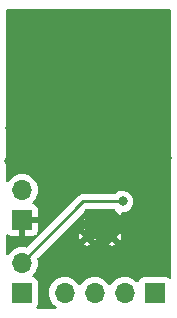
<source format=gbr>
%TF.GenerationSoftware,KiCad,Pcbnew,8.0.4*%
%TF.CreationDate,2024-09-11T18:08:33-07:00*%
%TF.ProjectId,rf-frontend-test,72662d66-726f-46e7-9465-6e642d746573,rev?*%
%TF.SameCoordinates,Original*%
%TF.FileFunction,Copper,L2,Bot*%
%TF.FilePolarity,Positive*%
%FSLAX46Y46*%
G04 Gerber Fmt 4.6, Leading zero omitted, Abs format (unit mm)*
G04 Created by KiCad (PCBNEW 8.0.4) date 2024-09-11 18:08:33*
%MOMM*%
%LPD*%
G01*
G04 APERTURE LIST*
%TA.AperFunction,ComponentPad*%
%ADD10R,1.700000X1.700000*%
%TD*%
%TA.AperFunction,ComponentPad*%
%ADD11O,1.700000X1.700000*%
%TD*%
%TA.AperFunction,HeatsinkPad*%
%ADD12C,0.500000*%
%TD*%
%TA.AperFunction,HeatsinkPad*%
%ADD13R,2.600000X2.600000*%
%TD*%
%TA.AperFunction,ViaPad*%
%ADD14C,0.800000*%
%TD*%
%TA.AperFunction,Conductor*%
%ADD15C,0.250000*%
%TD*%
G04 APERTURE END LIST*
D10*
%TO.P,J1,1,Pin_1*%
%TO.N,~{RF_IRQ}*%
X112280000Y-70445000D03*
D11*
%TO.P,J1,2,Pin_2*%
%TO.N,~{RF_EN}*%
X112280000Y-67905000D03*
%TD*%
D12*
%TO.P,U1,21,GND*%
%TO.N,GND*%
X119922000Y-63575000D03*
X117822000Y-63575000D03*
D13*
X118872000Y-64625000D03*
D12*
X119922000Y-65675000D03*
X117822000Y-65675000D03*
%TD*%
D11*
%TO.P,J2,4,Pin_4*%
%TO.N,SCLK*%
X115900000Y-70440000D03*
%TO.P,J2,3,Pin_3*%
%TO.N,MISO*%
X118440000Y-70440000D03*
%TO.P,J2,2,Pin_2*%
%TO.N,MOSI*%
X120980000Y-70440000D03*
D10*
%TO.P,J2,1,Pin_1*%
%TO.N,~{RF_CS}*%
X123520000Y-70440000D03*
%TD*%
%TO.P,J3,1,Pin_1*%
%TO.N,GND*%
X112290000Y-64265000D03*
D11*
%TO.P,J3,2,Pin_2*%
%TO.N,+3.3V*%
X112290000Y-61725000D03*
%TD*%
D14*
%TO.N,GND*%
X113300000Y-56700000D03*
X112900000Y-55300000D03*
X114700000Y-54900000D03*
X114800000Y-53100000D03*
X113100000Y-53500000D03*
X115600000Y-50900000D03*
X113700000Y-51400000D03*
X113500000Y-49100000D03*
X115800000Y-48600000D03*
X115300000Y-47200000D03*
X113600000Y-47000000D03*
X111400000Y-47000000D03*
X111400000Y-48800000D03*
X111400000Y-51100000D03*
X111400000Y-53700000D03*
X111300000Y-56500000D03*
X112200000Y-58200000D03*
X111200000Y-59300000D03*
X113000000Y-59300000D03*
X117000000Y-46800000D03*
X117000000Y-47800000D03*
X117200000Y-48800000D03*
X117200000Y-49800000D03*
X117200000Y-50800000D03*
X117200000Y-51800000D03*
X116300000Y-52800000D03*
X117200000Y-53700000D03*
X117200000Y-54700000D03*
X116300000Y-55700000D03*
X117100000Y-56700000D03*
X117000000Y-57600000D03*
X115800000Y-57600000D03*
X114700000Y-57600000D03*
X114200000Y-58600000D03*
X115200000Y-59600000D03*
X116200000Y-60500000D03*
X116200000Y-59500000D03*
X117100000Y-60500000D03*
X117200000Y-68000000D03*
X120100000Y-68000000D03*
X115200000Y-66800000D03*
X124600000Y-59000000D03*
X124100000Y-56700000D03*
X122900000Y-54900000D03*
X124200000Y-53000000D03*
X122600000Y-51400000D03*
X124300000Y-49300000D03*
X124300000Y-47000000D03*
X122600000Y-48200000D03*
X121500000Y-46900000D03*
X120900000Y-48200000D03*
X120900000Y-49800000D03*
X120900000Y-51400000D03*
X120900000Y-53100000D03*
X120900000Y-54800000D03*
X119300000Y-46900000D03*
X119300000Y-47900000D03*
X119300000Y-48900000D03*
X119300000Y-50000000D03*
X119300000Y-51000000D03*
X119300000Y-52100000D03*
X119300000Y-53200000D03*
X119300000Y-54200000D03*
X119300000Y-55400000D03*
X119600000Y-56600000D03*
X121100000Y-56400000D03*
X122000000Y-57600000D03*
X122200000Y-59000000D03*
X123400000Y-59800000D03*
X124500000Y-61300000D03*
X123400000Y-58300000D03*
X122100000Y-60300000D03*
X123000000Y-61400000D03*
X121100000Y-61500000D03*
X120100000Y-58620000D03*
%TO.N,~{RF_EN}*%
X120800000Y-62700000D03*
%TD*%
D15*
%TO.N,~{RF_EN}*%
X120800000Y-62700000D02*
X117485000Y-62700000D01*
X117485000Y-62700000D02*
X112280000Y-67905000D01*
%TD*%
%TA.AperFunction,Conductor*%
%TO.N,GND*%
G36*
X124842539Y-46420185D02*
G01*
X124888294Y-46472989D01*
X124899500Y-46524500D01*
X124899500Y-69113456D01*
X124879815Y-69180495D01*
X124827011Y-69226250D01*
X124757853Y-69236194D01*
X124701189Y-69212723D01*
X124687346Y-69202360D01*
X124612331Y-69146204D01*
X124612329Y-69146203D01*
X124612328Y-69146202D01*
X124477482Y-69095908D01*
X124477483Y-69095908D01*
X124417883Y-69089501D01*
X124417881Y-69089500D01*
X124417873Y-69089500D01*
X124417864Y-69089500D01*
X122622129Y-69089500D01*
X122622123Y-69089501D01*
X122562516Y-69095908D01*
X122427671Y-69146202D01*
X122427664Y-69146206D01*
X122312455Y-69232452D01*
X122312452Y-69232455D01*
X122226206Y-69347664D01*
X122226203Y-69347669D01*
X122177189Y-69479083D01*
X122135317Y-69535016D01*
X122069853Y-69559433D01*
X122001580Y-69544581D01*
X121973326Y-69523430D01*
X121851402Y-69401506D01*
X121851395Y-69401501D01*
X121657834Y-69265967D01*
X121657830Y-69265965D01*
X121593986Y-69236194D01*
X121443663Y-69166097D01*
X121443659Y-69166096D01*
X121443655Y-69166094D01*
X121215413Y-69104938D01*
X121215403Y-69104936D01*
X120980001Y-69084341D01*
X120979999Y-69084341D01*
X120744596Y-69104936D01*
X120744586Y-69104938D01*
X120516344Y-69166094D01*
X120516335Y-69166098D01*
X120302171Y-69265964D01*
X120302169Y-69265965D01*
X120108597Y-69401505D01*
X119941505Y-69568597D01*
X119811575Y-69754158D01*
X119756998Y-69797783D01*
X119687500Y-69804977D01*
X119625145Y-69773454D01*
X119608425Y-69754158D01*
X119478494Y-69568597D01*
X119311402Y-69401506D01*
X119311395Y-69401501D01*
X119117834Y-69265967D01*
X119117830Y-69265965D01*
X119053986Y-69236194D01*
X118903663Y-69166097D01*
X118903659Y-69166096D01*
X118903655Y-69166094D01*
X118675413Y-69104938D01*
X118675403Y-69104936D01*
X118440001Y-69084341D01*
X118439999Y-69084341D01*
X118204596Y-69104936D01*
X118204586Y-69104938D01*
X117976344Y-69166094D01*
X117976335Y-69166098D01*
X117762171Y-69265964D01*
X117762169Y-69265965D01*
X117568597Y-69401505D01*
X117401505Y-69568597D01*
X117271575Y-69754158D01*
X117216998Y-69797783D01*
X117147500Y-69804977D01*
X117085145Y-69773454D01*
X117068425Y-69754158D01*
X116938494Y-69568597D01*
X116771402Y-69401506D01*
X116771395Y-69401501D01*
X116577834Y-69265967D01*
X116577830Y-69265965D01*
X116513986Y-69236194D01*
X116363663Y-69166097D01*
X116363659Y-69166096D01*
X116363655Y-69166094D01*
X116135413Y-69104938D01*
X116135403Y-69104936D01*
X115900001Y-69084341D01*
X115899999Y-69084341D01*
X115664596Y-69104936D01*
X115664586Y-69104938D01*
X115436344Y-69166094D01*
X115436335Y-69166098D01*
X115222171Y-69265964D01*
X115222169Y-69265965D01*
X115028597Y-69401505D01*
X114861505Y-69568597D01*
X114725965Y-69762169D01*
X114725964Y-69762171D01*
X114626098Y-69976335D01*
X114626094Y-69976344D01*
X114564938Y-70204586D01*
X114564936Y-70204596D01*
X114544341Y-70439999D01*
X114544341Y-70440000D01*
X114564936Y-70675403D01*
X114564938Y-70675413D01*
X114626094Y-70903655D01*
X114626096Y-70903659D01*
X114626097Y-70903663D01*
X114630000Y-70912032D01*
X114725965Y-71117830D01*
X114725967Y-71117834D01*
X114834281Y-71272521D01*
X114861501Y-71311396D01*
X114861506Y-71311402D01*
X115028597Y-71478493D01*
X115028603Y-71478498D01*
X115164887Y-71573925D01*
X115208512Y-71628502D01*
X115215706Y-71698000D01*
X115184183Y-71760355D01*
X115123953Y-71795769D01*
X115093764Y-71799500D01*
X113625258Y-71799500D01*
X113558219Y-71779815D01*
X113512464Y-71727011D01*
X113502520Y-71657853D01*
X113525991Y-71601189D01*
X113573796Y-71537331D01*
X113624091Y-71402483D01*
X113630500Y-71342873D01*
X113630499Y-69547128D01*
X113624091Y-69487517D01*
X113620945Y-69479083D01*
X113573797Y-69352671D01*
X113573793Y-69352664D01*
X113487547Y-69237455D01*
X113487544Y-69237452D01*
X113372335Y-69151206D01*
X113372328Y-69151202D01*
X113240917Y-69102189D01*
X113184983Y-69060318D01*
X113160566Y-68994853D01*
X113175418Y-68926580D01*
X113196563Y-68898332D01*
X113318495Y-68776401D01*
X113454035Y-68582830D01*
X113553903Y-68368663D01*
X113615063Y-68140408D01*
X113635659Y-67905000D01*
X113615063Y-67669592D01*
X113588143Y-67569125D01*
X113589806Y-67499276D01*
X113620235Y-67449353D01*
X114714323Y-66355266D01*
X117495285Y-66355266D01*
X117654056Y-66410824D01*
X117821996Y-66429746D01*
X117822004Y-66429746D01*
X117989943Y-66410824D01*
X118148713Y-66355267D01*
X118148714Y-66355266D01*
X119595285Y-66355266D01*
X119754056Y-66410824D01*
X119921996Y-66429746D01*
X119922004Y-66429746D01*
X120089943Y-66410824D01*
X120248713Y-66355267D01*
X120248714Y-66355266D01*
X119922001Y-66028553D01*
X119922000Y-66028553D01*
X119595285Y-66355266D01*
X118148714Y-66355266D01*
X117822001Y-66028553D01*
X117822000Y-66028553D01*
X117495285Y-66355266D01*
X114714323Y-66355266D01*
X115394593Y-65674996D01*
X117067254Y-65674996D01*
X117067254Y-65675003D01*
X117086175Y-65842938D01*
X117086176Y-65842943D01*
X117141732Y-66001714D01*
X117468447Y-65675000D01*
X117448556Y-65655109D01*
X117722000Y-65655109D01*
X117722000Y-65694891D01*
X117737224Y-65731645D01*
X117765355Y-65759776D01*
X117802109Y-65775000D01*
X117841891Y-65775000D01*
X117878645Y-65759776D01*
X117906776Y-65731645D01*
X117922000Y-65694891D01*
X117922000Y-65674999D01*
X118175553Y-65674999D01*
X118175553Y-65675001D01*
X118502266Y-66001714D01*
X118502267Y-66001713D01*
X118557824Y-65842943D01*
X118576746Y-65675003D01*
X118576746Y-65674996D01*
X119167254Y-65674996D01*
X119167254Y-65675003D01*
X119186175Y-65842938D01*
X119186176Y-65842943D01*
X119241732Y-66001714D01*
X119568447Y-65675000D01*
X119548556Y-65655109D01*
X119822000Y-65655109D01*
X119822000Y-65694891D01*
X119837224Y-65731645D01*
X119865355Y-65759776D01*
X119902109Y-65775000D01*
X119941891Y-65775000D01*
X119978645Y-65759776D01*
X120006776Y-65731645D01*
X120022000Y-65694891D01*
X120022000Y-65674999D01*
X120275553Y-65674999D01*
X120275553Y-65675001D01*
X120602266Y-66001714D01*
X120602267Y-66001713D01*
X120657824Y-65842943D01*
X120676746Y-65675003D01*
X120676746Y-65674996D01*
X120657824Y-65507056D01*
X120602266Y-65348285D01*
X120275553Y-65674999D01*
X120022000Y-65674999D01*
X120022000Y-65655109D01*
X120006776Y-65618355D01*
X119978645Y-65590224D01*
X119941891Y-65575000D01*
X119902109Y-65575000D01*
X119865355Y-65590224D01*
X119837224Y-65618355D01*
X119822000Y-65655109D01*
X119548556Y-65655109D01*
X119241732Y-65348285D01*
X119186176Y-65507053D01*
X119186175Y-65507058D01*
X119167254Y-65674996D01*
X118576746Y-65674996D01*
X118557824Y-65507056D01*
X118502266Y-65348285D01*
X118175553Y-65674999D01*
X117922000Y-65674999D01*
X117922000Y-65655109D01*
X117906776Y-65618355D01*
X117878645Y-65590224D01*
X117841891Y-65575000D01*
X117802109Y-65575000D01*
X117765355Y-65590224D01*
X117737224Y-65618355D01*
X117722000Y-65655109D01*
X117448556Y-65655109D01*
X117141732Y-65348285D01*
X117086176Y-65507053D01*
X117086175Y-65507058D01*
X117067254Y-65674996D01*
X115394593Y-65674996D01*
X116074857Y-64994732D01*
X117495285Y-64994732D01*
X117822000Y-65321447D01*
X117822001Y-65321447D01*
X118148714Y-64994732D01*
X119595285Y-64994732D01*
X119922000Y-65321447D01*
X119922001Y-65321447D01*
X120248714Y-64994732D01*
X120089943Y-64939176D01*
X120089938Y-64939175D01*
X119922004Y-64920254D01*
X119921996Y-64920254D01*
X119754058Y-64939175D01*
X119754053Y-64939176D01*
X119595285Y-64994732D01*
X118148714Y-64994732D01*
X117989943Y-64939176D01*
X117989938Y-64939175D01*
X117822004Y-64920254D01*
X117821996Y-64920254D01*
X117654058Y-64939175D01*
X117654053Y-64939176D01*
X117495285Y-64994732D01*
X116074857Y-64994732D01*
X116814324Y-64255266D01*
X117495285Y-64255266D01*
X117654056Y-64310824D01*
X117821996Y-64329746D01*
X117822004Y-64329746D01*
X117989943Y-64310824D01*
X118148713Y-64255267D01*
X118148714Y-64255266D01*
X119595285Y-64255266D01*
X119754056Y-64310824D01*
X119921996Y-64329746D01*
X119922004Y-64329746D01*
X120089943Y-64310824D01*
X120248713Y-64255267D01*
X120248714Y-64255266D01*
X119922001Y-63928553D01*
X119922000Y-63928553D01*
X119595285Y-64255266D01*
X118148714Y-64255266D01*
X117822001Y-63928553D01*
X117822000Y-63928553D01*
X117495285Y-64255266D01*
X116814324Y-64255266D01*
X117514482Y-63555109D01*
X117722000Y-63555109D01*
X117722000Y-63594891D01*
X117737224Y-63631645D01*
X117765355Y-63659776D01*
X117802109Y-63675000D01*
X117841891Y-63675000D01*
X117878645Y-63659776D01*
X117906776Y-63631645D01*
X117922000Y-63594891D01*
X117922000Y-63555109D01*
X117906776Y-63518355D01*
X117878645Y-63490224D01*
X117841891Y-63475000D01*
X117802109Y-63475000D01*
X117765355Y-63490224D01*
X117737224Y-63518355D01*
X117722000Y-63555109D01*
X117514482Y-63555109D01*
X117707772Y-63361819D01*
X117769095Y-63328334D01*
X117795453Y-63325500D01*
X117874691Y-63325500D01*
X117941730Y-63345185D01*
X117962372Y-63361819D01*
X118502266Y-63901713D01*
X118502267Y-63901713D01*
X118557824Y-63742943D01*
X118576746Y-63575003D01*
X118576746Y-63574995D01*
X118564171Y-63463383D01*
X118576226Y-63394561D01*
X118623575Y-63343182D01*
X118687391Y-63325500D01*
X119056609Y-63325500D01*
X119123648Y-63345185D01*
X119169403Y-63397989D01*
X119179829Y-63463383D01*
X119167254Y-63574995D01*
X119167254Y-63575003D01*
X119186175Y-63742938D01*
X119186176Y-63742943D01*
X119241732Y-63901713D01*
X119588337Y-63555109D01*
X119822000Y-63555109D01*
X119822000Y-63594891D01*
X119837224Y-63631645D01*
X119865355Y-63659776D01*
X119902109Y-63675000D01*
X119941891Y-63675000D01*
X119978645Y-63659776D01*
X120006776Y-63631645D01*
X120022000Y-63594891D01*
X120022000Y-63555109D01*
X120006776Y-63518355D01*
X119978645Y-63490224D01*
X119941891Y-63475000D01*
X119902109Y-63475000D01*
X119865355Y-63490224D01*
X119837224Y-63518355D01*
X119822000Y-63555109D01*
X119588337Y-63555109D01*
X119781628Y-63361819D01*
X119842951Y-63328334D01*
X119869309Y-63325500D01*
X119974691Y-63325500D01*
X120041730Y-63345185D01*
X120062372Y-63361819D01*
X120602266Y-63901713D01*
X120602267Y-63901713D01*
X120657824Y-63742943D01*
X120661466Y-63710618D01*
X120688531Y-63646204D01*
X120746126Y-63606648D01*
X120784686Y-63600500D01*
X120894644Y-63600500D01*
X120894646Y-63600500D01*
X121079803Y-63561144D01*
X121252730Y-63484151D01*
X121405871Y-63372888D01*
X121532533Y-63232216D01*
X121627179Y-63068284D01*
X121685674Y-62888256D01*
X121705460Y-62700000D01*
X121685674Y-62511744D01*
X121627179Y-62331716D01*
X121532533Y-62167784D01*
X121405871Y-62027112D01*
X121405870Y-62027111D01*
X121252734Y-61915851D01*
X121252729Y-61915848D01*
X121079807Y-61838857D01*
X121079802Y-61838855D01*
X120934001Y-61807865D01*
X120894646Y-61799500D01*
X120705354Y-61799500D01*
X120672897Y-61806398D01*
X120520197Y-61838855D01*
X120520192Y-61838857D01*
X120347270Y-61915848D01*
X120347265Y-61915851D01*
X120194130Y-62027110D01*
X120194126Y-62027114D01*
X120188400Y-62033474D01*
X120128913Y-62070121D01*
X120096252Y-62074500D01*
X117552741Y-62074500D01*
X117552721Y-62074499D01*
X117546607Y-62074499D01*
X117423394Y-62074499D01*
X117322597Y-62094548D01*
X117322592Y-62094548D01*
X117302549Y-62098536D01*
X117302547Y-62098536D01*
X117255397Y-62118067D01*
X117188719Y-62145685D01*
X117188717Y-62145686D01*
X117086266Y-62214141D01*
X113737464Y-65562943D01*
X113676141Y-65596428D01*
X113614900Y-65592048D01*
X113623946Y-65633625D01*
X113599531Y-65699091D01*
X113587943Y-65712464D01*
X112735646Y-66564762D01*
X112674323Y-66598247D01*
X112615872Y-66596856D01*
X112515413Y-66569938D01*
X112515403Y-66569936D01*
X112280001Y-66549341D01*
X112279999Y-66549341D01*
X112044596Y-66569936D01*
X112044586Y-66569938D01*
X111816344Y-66631094D01*
X111816335Y-66631098D01*
X111602171Y-66730964D01*
X111602169Y-66730965D01*
X111408597Y-66866505D01*
X111241505Y-67033597D01*
X111126075Y-67198450D01*
X111071498Y-67242075D01*
X111002000Y-67249269D01*
X110939645Y-67217746D01*
X110904231Y-67157516D01*
X110900500Y-67127327D01*
X110900500Y-65583433D01*
X110920185Y-65516394D01*
X110972989Y-65470639D01*
X111042147Y-65460695D01*
X111098811Y-65484167D01*
X111197906Y-65558350D01*
X111197913Y-65558354D01*
X111332620Y-65608596D01*
X111332627Y-65608598D01*
X111392155Y-65614999D01*
X111392172Y-65615000D01*
X112040000Y-65615000D01*
X112040000Y-64698012D01*
X112097007Y-64730925D01*
X112224174Y-64765000D01*
X112355826Y-64765000D01*
X112482993Y-64730925D01*
X112540000Y-64698012D01*
X112540000Y-65615000D01*
X113187828Y-65615000D01*
X113187844Y-65614999D01*
X113247372Y-65608598D01*
X113247379Y-65608596D01*
X113382086Y-65558354D01*
X113382090Y-65558352D01*
X113425949Y-65525518D01*
X113491412Y-65501099D01*
X113536058Y-65510809D01*
X113526099Y-65484108D01*
X113540951Y-65415835D01*
X113550518Y-65400949D01*
X113583352Y-65357090D01*
X113583354Y-65357086D01*
X113633596Y-65222379D01*
X113633598Y-65222372D01*
X113639999Y-65162844D01*
X113640000Y-65162827D01*
X113640000Y-64515000D01*
X112723012Y-64515000D01*
X112755925Y-64457993D01*
X112790000Y-64330826D01*
X112790000Y-64199174D01*
X112755925Y-64072007D01*
X112723012Y-64015000D01*
X113640000Y-64015000D01*
X113640000Y-63367172D01*
X113639999Y-63367155D01*
X113633598Y-63307627D01*
X113633596Y-63307620D01*
X113583354Y-63172913D01*
X113583350Y-63172906D01*
X113497190Y-63057812D01*
X113497187Y-63057809D01*
X113382093Y-62971649D01*
X113382088Y-62971646D01*
X113250528Y-62922577D01*
X113194595Y-62880705D01*
X113170178Y-62815241D01*
X113185030Y-62746968D01*
X113206175Y-62718720D01*
X113328495Y-62596401D01*
X113464035Y-62402830D01*
X113563903Y-62188663D01*
X113625063Y-61960408D01*
X113645659Y-61725000D01*
X113625063Y-61489592D01*
X113563903Y-61261337D01*
X113464035Y-61047171D01*
X113404124Y-60961608D01*
X113328494Y-60853597D01*
X113161402Y-60686506D01*
X113161395Y-60686501D01*
X112967834Y-60550967D01*
X112967830Y-60550965D01*
X112967828Y-60550964D01*
X112753663Y-60451097D01*
X112753659Y-60451096D01*
X112753655Y-60451094D01*
X112525413Y-60389938D01*
X112525403Y-60389936D01*
X112290001Y-60369341D01*
X112289999Y-60369341D01*
X112054596Y-60389936D01*
X112054586Y-60389938D01*
X111826344Y-60451094D01*
X111826335Y-60451098D01*
X111612171Y-60550964D01*
X111612169Y-60550965D01*
X111418597Y-60686505D01*
X111251505Y-60853597D01*
X111126075Y-61032731D01*
X111071498Y-61076356D01*
X111002000Y-61083549D01*
X110939645Y-61052027D01*
X110904231Y-60991797D01*
X110900500Y-60961608D01*
X110900500Y-46524500D01*
X110920185Y-46457461D01*
X110972989Y-46411706D01*
X111024500Y-46400500D01*
X124775500Y-46400500D01*
X124842539Y-46420185D01*
G37*
%TD.AperFunction*%
%TD*%
M02*

</source>
